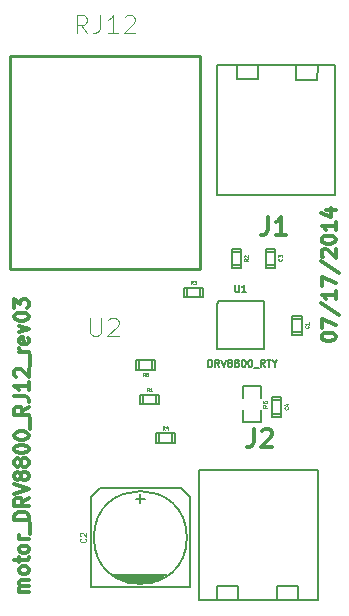
<source format=gto>
G04 (created by PCBNEW (2013-08-24 BZR 4298)-stable) date Wed 06 Aug 2014 08:08:47 PM PDT*
%MOIN*%
G04 Gerber Fmt 3.4, Leading zero omitted, Abs format*
%FSLAX34Y34*%
G01*
G70*
G90*
G04 APERTURE LIST*
%ADD10C,0.005906*%
%ADD11C,0.011811*%
%ADD12C,0.005000*%
%ADD13C,0.007900*%
%ADD14C,0.010000*%
%ADD15C,0.005900*%
%ADD16C,0.004700*%
%ADD17C,0.012000*%
%ADD18C,0.003700*%
%ADD19C,0.003900*%
%ADD20C,0.001969*%
G04 APERTURE END LIST*
G54D10*
G54D11*
X23707Y-18676D02*
X23707Y-18631D01*
X23730Y-18586D01*
X23752Y-18564D01*
X23797Y-18541D01*
X23887Y-18519D01*
X24000Y-18519D01*
X24090Y-18541D01*
X24135Y-18564D01*
X24157Y-18586D01*
X24180Y-18631D01*
X24180Y-18676D01*
X24157Y-18721D01*
X24135Y-18744D01*
X24090Y-18766D01*
X24000Y-18789D01*
X23887Y-18789D01*
X23797Y-18766D01*
X23752Y-18744D01*
X23730Y-18721D01*
X23707Y-18676D01*
X23707Y-18361D02*
X23707Y-18046D01*
X24180Y-18249D01*
X23685Y-17529D02*
X24292Y-17934D01*
X24180Y-17124D02*
X24180Y-17394D01*
X24180Y-17259D02*
X23707Y-17259D01*
X23775Y-17304D01*
X23820Y-17349D01*
X23842Y-17394D01*
X23707Y-16967D02*
X23707Y-16652D01*
X24180Y-16854D01*
X23685Y-16134D02*
X24292Y-16539D01*
X23752Y-15999D02*
X23730Y-15977D01*
X23707Y-15932D01*
X23707Y-15819D01*
X23730Y-15774D01*
X23752Y-15752D01*
X23797Y-15729D01*
X23842Y-15729D01*
X23910Y-15752D01*
X24180Y-16022D01*
X24180Y-15729D01*
X23707Y-15437D02*
X23707Y-15392D01*
X23730Y-15347D01*
X23752Y-15324D01*
X23797Y-15302D01*
X23887Y-15279D01*
X24000Y-15279D01*
X24090Y-15302D01*
X24135Y-15324D01*
X24157Y-15347D01*
X24180Y-15392D01*
X24180Y-15437D01*
X24157Y-15482D01*
X24135Y-15504D01*
X24090Y-15527D01*
X24000Y-15549D01*
X23887Y-15549D01*
X23797Y-15527D01*
X23752Y-15504D01*
X23730Y-15482D01*
X23707Y-15437D01*
X24180Y-14829D02*
X24180Y-15099D01*
X24180Y-14964D02*
X23707Y-14964D01*
X23775Y-15009D01*
X23820Y-15054D01*
X23842Y-15099D01*
X23865Y-14424D02*
X24180Y-14424D01*
X23685Y-14537D02*
X24022Y-14649D01*
X24022Y-14357D01*
X13944Y-27163D02*
X13629Y-27163D01*
X13674Y-27163D02*
X13651Y-27141D01*
X13629Y-27096D01*
X13629Y-27028D01*
X13651Y-26983D01*
X13696Y-26961D01*
X13944Y-26961D01*
X13696Y-26961D02*
X13651Y-26938D01*
X13629Y-26893D01*
X13629Y-26826D01*
X13651Y-26781D01*
X13696Y-26758D01*
X13944Y-26758D01*
X13944Y-26466D02*
X13921Y-26511D01*
X13899Y-26534D01*
X13854Y-26556D01*
X13719Y-26556D01*
X13674Y-26534D01*
X13651Y-26511D01*
X13629Y-26466D01*
X13629Y-26399D01*
X13651Y-26354D01*
X13674Y-26331D01*
X13719Y-26309D01*
X13854Y-26309D01*
X13899Y-26331D01*
X13921Y-26354D01*
X13944Y-26399D01*
X13944Y-26466D01*
X13629Y-26174D02*
X13629Y-25994D01*
X13471Y-26106D02*
X13876Y-26106D01*
X13921Y-26084D01*
X13944Y-26039D01*
X13944Y-25994D01*
X13944Y-25769D02*
X13921Y-25814D01*
X13899Y-25836D01*
X13854Y-25859D01*
X13719Y-25859D01*
X13674Y-25836D01*
X13651Y-25814D01*
X13629Y-25769D01*
X13629Y-25701D01*
X13651Y-25656D01*
X13674Y-25634D01*
X13719Y-25611D01*
X13854Y-25611D01*
X13899Y-25634D01*
X13921Y-25656D01*
X13944Y-25701D01*
X13944Y-25769D01*
X13944Y-25409D02*
X13629Y-25409D01*
X13719Y-25409D02*
X13674Y-25386D01*
X13651Y-25364D01*
X13629Y-25319D01*
X13629Y-25274D01*
X13989Y-25229D02*
X13989Y-24869D01*
X13944Y-24756D02*
X13471Y-24756D01*
X13471Y-24644D01*
X13494Y-24576D01*
X13539Y-24531D01*
X13584Y-24509D01*
X13674Y-24486D01*
X13741Y-24486D01*
X13831Y-24509D01*
X13876Y-24531D01*
X13921Y-24576D01*
X13944Y-24644D01*
X13944Y-24756D01*
X13944Y-24014D02*
X13719Y-24171D01*
X13944Y-24284D02*
X13471Y-24284D01*
X13471Y-24104D01*
X13494Y-24059D01*
X13516Y-24036D01*
X13561Y-24014D01*
X13629Y-24014D01*
X13674Y-24036D01*
X13696Y-24059D01*
X13719Y-24104D01*
X13719Y-24284D01*
X13471Y-23879D02*
X13944Y-23721D01*
X13471Y-23564D01*
X13674Y-23339D02*
X13651Y-23384D01*
X13629Y-23406D01*
X13584Y-23429D01*
X13561Y-23429D01*
X13516Y-23406D01*
X13494Y-23384D01*
X13471Y-23339D01*
X13471Y-23249D01*
X13494Y-23204D01*
X13516Y-23181D01*
X13561Y-23159D01*
X13584Y-23159D01*
X13629Y-23181D01*
X13651Y-23204D01*
X13674Y-23249D01*
X13674Y-23339D01*
X13696Y-23384D01*
X13719Y-23406D01*
X13764Y-23429D01*
X13854Y-23429D01*
X13899Y-23406D01*
X13921Y-23384D01*
X13944Y-23339D01*
X13944Y-23249D01*
X13921Y-23204D01*
X13899Y-23181D01*
X13854Y-23159D01*
X13764Y-23159D01*
X13719Y-23181D01*
X13696Y-23204D01*
X13674Y-23249D01*
X13674Y-22889D02*
X13651Y-22934D01*
X13629Y-22956D01*
X13584Y-22979D01*
X13561Y-22979D01*
X13516Y-22956D01*
X13494Y-22934D01*
X13471Y-22889D01*
X13471Y-22799D01*
X13494Y-22754D01*
X13516Y-22732D01*
X13561Y-22709D01*
X13584Y-22709D01*
X13629Y-22732D01*
X13651Y-22754D01*
X13674Y-22799D01*
X13674Y-22889D01*
X13696Y-22934D01*
X13719Y-22956D01*
X13764Y-22979D01*
X13854Y-22979D01*
X13899Y-22956D01*
X13921Y-22934D01*
X13944Y-22889D01*
X13944Y-22799D01*
X13921Y-22754D01*
X13899Y-22732D01*
X13854Y-22709D01*
X13764Y-22709D01*
X13719Y-22732D01*
X13696Y-22754D01*
X13674Y-22799D01*
X13471Y-22417D02*
X13471Y-22372D01*
X13494Y-22327D01*
X13516Y-22304D01*
X13561Y-22282D01*
X13651Y-22259D01*
X13764Y-22259D01*
X13854Y-22282D01*
X13899Y-22304D01*
X13921Y-22327D01*
X13944Y-22372D01*
X13944Y-22417D01*
X13921Y-22462D01*
X13899Y-22484D01*
X13854Y-22507D01*
X13764Y-22529D01*
X13651Y-22529D01*
X13561Y-22507D01*
X13516Y-22484D01*
X13494Y-22462D01*
X13471Y-22417D01*
X13471Y-21967D02*
X13471Y-21922D01*
X13494Y-21877D01*
X13516Y-21854D01*
X13561Y-21832D01*
X13651Y-21809D01*
X13764Y-21809D01*
X13854Y-21832D01*
X13899Y-21854D01*
X13921Y-21877D01*
X13944Y-21922D01*
X13944Y-21967D01*
X13921Y-22012D01*
X13899Y-22034D01*
X13854Y-22057D01*
X13764Y-22079D01*
X13651Y-22079D01*
X13561Y-22057D01*
X13516Y-22034D01*
X13494Y-22012D01*
X13471Y-21967D01*
X13989Y-21719D02*
X13989Y-21359D01*
X13944Y-20977D02*
X13719Y-21134D01*
X13944Y-21247D02*
X13471Y-21247D01*
X13471Y-21067D01*
X13494Y-21022D01*
X13516Y-20999D01*
X13561Y-20977D01*
X13629Y-20977D01*
X13674Y-20999D01*
X13696Y-21022D01*
X13719Y-21067D01*
X13719Y-21247D01*
X13471Y-20639D02*
X13809Y-20639D01*
X13876Y-20662D01*
X13921Y-20707D01*
X13944Y-20774D01*
X13944Y-20819D01*
X13944Y-20167D02*
X13944Y-20437D01*
X13944Y-20302D02*
X13471Y-20302D01*
X13539Y-20347D01*
X13584Y-20392D01*
X13606Y-20437D01*
X13516Y-19987D02*
X13494Y-19964D01*
X13471Y-19919D01*
X13471Y-19807D01*
X13494Y-19762D01*
X13516Y-19739D01*
X13561Y-19717D01*
X13606Y-19717D01*
X13674Y-19739D01*
X13944Y-20009D01*
X13944Y-19717D01*
X13989Y-19627D02*
X13989Y-19267D01*
X13944Y-19154D02*
X13629Y-19154D01*
X13719Y-19154D02*
X13674Y-19132D01*
X13651Y-19109D01*
X13629Y-19064D01*
X13629Y-19019D01*
X13921Y-18682D02*
X13944Y-18727D01*
X13944Y-18817D01*
X13921Y-18862D01*
X13876Y-18884D01*
X13696Y-18884D01*
X13651Y-18862D01*
X13629Y-18817D01*
X13629Y-18727D01*
X13651Y-18682D01*
X13696Y-18660D01*
X13741Y-18660D01*
X13786Y-18884D01*
X13629Y-18502D02*
X13944Y-18390D01*
X13629Y-18277D01*
X13471Y-18007D02*
X13471Y-17962D01*
X13494Y-17917D01*
X13516Y-17895D01*
X13561Y-17872D01*
X13651Y-17850D01*
X13764Y-17850D01*
X13854Y-17872D01*
X13899Y-17895D01*
X13921Y-17917D01*
X13944Y-17962D01*
X13944Y-18007D01*
X13921Y-18052D01*
X13899Y-18075D01*
X13854Y-18097D01*
X13764Y-18120D01*
X13651Y-18120D01*
X13561Y-18097D01*
X13516Y-18075D01*
X13494Y-18052D01*
X13471Y-18007D01*
X13471Y-17692D02*
X13471Y-17400D01*
X13651Y-17557D01*
X13651Y-17490D01*
X13674Y-17445D01*
X13696Y-17422D01*
X13741Y-17400D01*
X13854Y-17400D01*
X13899Y-17422D01*
X13921Y-17445D01*
X13944Y-17490D01*
X13944Y-17625D01*
X13921Y-17670D01*
X13899Y-17692D01*
G54D12*
X17267Y-26844D02*
X18067Y-26844D01*
X18217Y-26794D02*
X17117Y-26794D01*
X17017Y-26744D02*
X18317Y-26744D01*
X18417Y-26694D02*
X16917Y-26694D01*
X18467Y-26644D02*
X16867Y-26644D01*
X16767Y-26594D02*
X18567Y-26594D01*
X19217Y-25344D02*
G75*
G03X19217Y-25344I-1550J0D01*
G74*
G01*
X16017Y-26994D02*
X19317Y-26994D01*
X19317Y-26994D02*
X19317Y-23994D01*
X19317Y-23994D02*
X19017Y-23694D01*
X19017Y-23694D02*
X16317Y-23694D01*
X16317Y-23694D02*
X16017Y-23994D01*
X16017Y-23994D02*
X16017Y-26994D01*
X17667Y-23894D02*
X17667Y-24194D01*
X17517Y-24044D02*
X17817Y-24044D01*
G54D10*
X22923Y-26968D02*
X22923Y-27421D01*
X22224Y-26968D02*
X22923Y-26968D01*
X22214Y-27431D02*
X22224Y-26968D01*
X20226Y-27411D02*
X20236Y-26948D01*
X20236Y-26948D02*
X20935Y-26948D01*
X20935Y-26948D02*
X20935Y-27401D01*
G54D13*
X19635Y-23100D02*
X23572Y-23100D01*
X23572Y-23100D02*
X23572Y-27431D01*
X23572Y-27431D02*
X19635Y-27431D01*
X19635Y-27431D02*
X19635Y-23100D01*
G54D10*
X20875Y-10059D02*
X20875Y-9606D01*
X21574Y-10059D02*
X20875Y-10059D01*
X21584Y-9596D02*
X21574Y-10059D01*
X23572Y-9616D02*
X23562Y-10078D01*
X23562Y-10078D02*
X22864Y-10078D01*
X22864Y-10078D02*
X22864Y-9625D01*
G54D13*
X24163Y-13927D02*
X20226Y-13927D01*
X20226Y-13927D02*
X20226Y-9596D01*
X20226Y-9596D02*
X24163Y-9596D01*
X24163Y-9596D02*
X24163Y-13927D01*
G54D12*
X21077Y-20695D02*
X21077Y-20295D01*
X21077Y-20295D02*
X21677Y-20295D01*
X21677Y-20295D02*
X21677Y-20695D01*
X21677Y-21095D02*
X21677Y-21495D01*
X21677Y-21495D02*
X21077Y-21495D01*
X21077Y-21495D02*
X21077Y-21095D01*
G54D14*
X19655Y-16407D02*
X13316Y-16407D01*
X13316Y-16407D02*
X13316Y-9281D01*
X13316Y-9281D02*
X19655Y-9281D01*
X19655Y-9281D02*
X19655Y-16407D01*
G54D15*
X20305Y-17470D02*
X21801Y-17470D01*
X20226Y-17549D02*
X20226Y-19045D01*
X20305Y-17470D02*
X20226Y-17549D01*
X21801Y-19045D02*
X20226Y-19045D01*
X21801Y-17470D02*
X21801Y-19045D01*
G54D12*
X22044Y-21214D02*
X22364Y-21214D01*
X22354Y-20774D02*
X22044Y-20774D01*
X22364Y-20674D02*
X22364Y-21314D01*
X22364Y-21314D02*
X22044Y-21314D01*
X22044Y-21314D02*
X22044Y-20674D01*
X22044Y-20674D02*
X22364Y-20674D01*
X21847Y-16253D02*
X22167Y-16253D01*
X22157Y-15813D02*
X21847Y-15813D01*
X22167Y-15713D02*
X22167Y-16353D01*
X22167Y-16353D02*
X21847Y-16353D01*
X21847Y-16353D02*
X21847Y-15713D01*
X21847Y-15713D02*
X22167Y-15713D01*
X20706Y-16263D02*
X21026Y-16263D01*
X21016Y-15823D02*
X20706Y-15823D01*
X21026Y-15723D02*
X21026Y-16363D01*
X21026Y-16363D02*
X20706Y-16363D01*
X20706Y-16363D02*
X20706Y-15723D01*
X20706Y-15723D02*
X21026Y-15723D01*
X18198Y-20906D02*
X18198Y-20586D01*
X17758Y-20596D02*
X17758Y-20906D01*
X17658Y-20586D02*
X18298Y-20586D01*
X18298Y-20586D02*
X18298Y-20906D01*
X18298Y-20906D02*
X17658Y-20906D01*
X17658Y-20906D02*
X17658Y-20586D01*
X22733Y-18497D02*
X23053Y-18497D01*
X23043Y-18057D02*
X22733Y-18057D01*
X23053Y-17957D02*
X23053Y-18597D01*
X23053Y-18597D02*
X22733Y-18597D01*
X22733Y-18597D02*
X22733Y-17957D01*
X22733Y-17957D02*
X23053Y-17957D01*
X18721Y-22177D02*
X18721Y-21857D01*
X18281Y-21867D02*
X18281Y-22177D01*
X18181Y-21857D02*
X18821Y-21857D01*
X18821Y-21857D02*
X18821Y-22177D01*
X18821Y-22177D02*
X18181Y-22177D01*
X18181Y-22177D02*
X18181Y-21857D01*
X17612Y-19432D02*
X17612Y-19752D01*
X18052Y-19742D02*
X18052Y-19432D01*
X18152Y-19752D02*
X17512Y-19752D01*
X17512Y-19752D02*
X17512Y-19432D01*
X17512Y-19432D02*
X18152Y-19432D01*
X18152Y-19432D02*
X18152Y-19752D01*
X19658Y-17335D02*
X19658Y-17015D01*
X19218Y-17025D02*
X19218Y-17335D01*
X19118Y-17015D02*
X19758Y-17015D01*
X19758Y-17015D02*
X19758Y-17335D01*
X19758Y-17335D02*
X19118Y-17335D01*
X19118Y-17335D02*
X19118Y-17015D01*
G54D16*
X15837Y-25377D02*
X15847Y-25386D01*
X15856Y-25414D01*
X15856Y-25433D01*
X15847Y-25461D01*
X15828Y-25480D01*
X15809Y-25489D01*
X15772Y-25499D01*
X15743Y-25499D01*
X15706Y-25489D01*
X15687Y-25480D01*
X15668Y-25461D01*
X15659Y-25433D01*
X15659Y-25414D01*
X15668Y-25386D01*
X15678Y-25377D01*
X15678Y-25302D02*
X15668Y-25292D01*
X15659Y-25274D01*
X15659Y-25227D01*
X15668Y-25208D01*
X15678Y-25199D01*
X15696Y-25189D01*
X15715Y-25189D01*
X15743Y-25199D01*
X15856Y-25311D01*
X15856Y-25189D01*
G54D17*
X21466Y-21725D02*
X21466Y-22153D01*
X21437Y-22239D01*
X21380Y-22296D01*
X21294Y-22325D01*
X21237Y-22325D01*
X21723Y-21782D02*
X21752Y-21753D01*
X21809Y-21725D01*
X21952Y-21725D01*
X22009Y-21753D01*
X22037Y-21782D01*
X22066Y-21839D01*
X22066Y-21896D01*
X22037Y-21982D01*
X21694Y-22325D01*
X22066Y-22325D01*
X21932Y-14645D02*
X21932Y-15073D01*
X21904Y-15159D01*
X21847Y-15216D01*
X21761Y-15245D01*
X21704Y-15245D01*
X22532Y-15245D02*
X22190Y-15245D01*
X22361Y-15245D02*
X22361Y-14645D01*
X22304Y-14730D01*
X22247Y-14788D01*
X22190Y-14816D01*
G54D18*
X21897Y-20930D02*
X21826Y-20980D01*
X21897Y-21016D02*
X21747Y-21016D01*
X21747Y-20959D01*
X21754Y-20944D01*
X21762Y-20937D01*
X21776Y-20930D01*
X21797Y-20930D01*
X21812Y-20937D01*
X21819Y-20944D01*
X21826Y-20959D01*
X21826Y-21016D01*
X21747Y-20802D02*
X21747Y-20830D01*
X21754Y-20844D01*
X21762Y-20852D01*
X21783Y-20866D01*
X21812Y-20873D01*
X21869Y-20873D01*
X21883Y-20866D01*
X21890Y-20859D01*
X21897Y-20844D01*
X21897Y-20816D01*
X21890Y-20802D01*
X21883Y-20794D01*
X21869Y-20787D01*
X21833Y-20787D01*
X21819Y-20794D01*
X21812Y-20802D01*
X21804Y-20816D01*
X21804Y-20844D01*
X21812Y-20859D01*
X21819Y-20866D01*
X21833Y-20873D01*
G54D19*
X15997Y-18031D02*
X15997Y-18517D01*
X16026Y-18574D01*
X16054Y-18603D01*
X16111Y-18631D01*
X16226Y-18631D01*
X16283Y-18603D01*
X16311Y-18574D01*
X16340Y-18517D01*
X16340Y-18031D01*
X16597Y-18088D02*
X16626Y-18060D01*
X16683Y-18031D01*
X16826Y-18031D01*
X16883Y-18060D01*
X16911Y-18088D01*
X16940Y-18145D01*
X16940Y-18203D01*
X16911Y-18288D01*
X16569Y-18631D01*
X16940Y-18631D01*
X15887Y-8533D02*
X15687Y-8247D01*
X15544Y-8533D02*
X15544Y-7933D01*
X15773Y-7933D01*
X15830Y-7961D01*
X15859Y-7990D01*
X15887Y-8047D01*
X15887Y-8133D01*
X15859Y-8190D01*
X15830Y-8218D01*
X15773Y-8247D01*
X15544Y-8247D01*
X16316Y-7933D02*
X16316Y-8361D01*
X16287Y-8447D01*
X16230Y-8504D01*
X16144Y-8533D01*
X16087Y-8533D01*
X16916Y-8533D02*
X16573Y-8533D01*
X16744Y-8533D02*
X16744Y-7933D01*
X16687Y-8018D01*
X16630Y-8076D01*
X16573Y-8104D01*
X17144Y-7990D02*
X17173Y-7961D01*
X17230Y-7933D01*
X17373Y-7933D01*
X17430Y-7961D01*
X17459Y-7990D01*
X17487Y-8047D01*
X17487Y-8104D01*
X17459Y-8190D01*
X17116Y-8533D01*
X17487Y-8533D01*
G54D10*
X20829Y-16919D02*
X20829Y-17111D01*
X20841Y-17133D01*
X20852Y-17144D01*
X20874Y-17156D01*
X20919Y-17156D01*
X20942Y-17144D01*
X20953Y-17133D01*
X20964Y-17111D01*
X20964Y-16919D01*
X21201Y-17156D02*
X21066Y-17156D01*
X21133Y-17156D02*
X21133Y-16919D01*
X21111Y-16953D01*
X21088Y-16976D01*
X21066Y-16987D01*
X19926Y-19656D02*
X19926Y-19419D01*
X19982Y-19419D01*
X20016Y-19431D01*
X20039Y-19453D01*
X20050Y-19476D01*
X20061Y-19521D01*
X20061Y-19554D01*
X20050Y-19599D01*
X20039Y-19622D01*
X20016Y-19644D01*
X19982Y-19656D01*
X19926Y-19656D01*
X20297Y-19656D02*
X20219Y-19543D01*
X20162Y-19656D02*
X20162Y-19419D01*
X20252Y-19419D01*
X20275Y-19431D01*
X20286Y-19442D01*
X20297Y-19464D01*
X20297Y-19498D01*
X20286Y-19521D01*
X20275Y-19532D01*
X20252Y-19543D01*
X20162Y-19543D01*
X20365Y-19419D02*
X20444Y-19656D01*
X20522Y-19419D01*
X20635Y-19521D02*
X20612Y-19509D01*
X20601Y-19498D01*
X20590Y-19476D01*
X20590Y-19464D01*
X20601Y-19442D01*
X20612Y-19431D01*
X20635Y-19419D01*
X20680Y-19419D01*
X20702Y-19431D01*
X20714Y-19442D01*
X20725Y-19464D01*
X20725Y-19476D01*
X20714Y-19498D01*
X20702Y-19509D01*
X20680Y-19521D01*
X20635Y-19521D01*
X20612Y-19532D01*
X20601Y-19543D01*
X20590Y-19566D01*
X20590Y-19611D01*
X20601Y-19633D01*
X20612Y-19644D01*
X20635Y-19656D01*
X20680Y-19656D01*
X20702Y-19644D01*
X20714Y-19633D01*
X20725Y-19611D01*
X20725Y-19566D01*
X20714Y-19543D01*
X20702Y-19532D01*
X20680Y-19521D01*
X20860Y-19521D02*
X20837Y-19509D01*
X20826Y-19498D01*
X20815Y-19476D01*
X20815Y-19464D01*
X20826Y-19442D01*
X20837Y-19431D01*
X20860Y-19419D01*
X20905Y-19419D01*
X20927Y-19431D01*
X20938Y-19442D01*
X20950Y-19464D01*
X20950Y-19476D01*
X20938Y-19498D01*
X20927Y-19509D01*
X20905Y-19521D01*
X20860Y-19521D01*
X20837Y-19532D01*
X20826Y-19543D01*
X20815Y-19566D01*
X20815Y-19611D01*
X20826Y-19633D01*
X20837Y-19644D01*
X20860Y-19656D01*
X20905Y-19656D01*
X20927Y-19644D01*
X20938Y-19633D01*
X20950Y-19611D01*
X20950Y-19566D01*
X20938Y-19543D01*
X20927Y-19532D01*
X20905Y-19521D01*
X21096Y-19419D02*
X21118Y-19419D01*
X21141Y-19431D01*
X21152Y-19442D01*
X21163Y-19464D01*
X21175Y-19509D01*
X21175Y-19566D01*
X21163Y-19611D01*
X21152Y-19633D01*
X21141Y-19644D01*
X21118Y-19656D01*
X21096Y-19656D01*
X21073Y-19644D01*
X21062Y-19633D01*
X21051Y-19611D01*
X21040Y-19566D01*
X21040Y-19509D01*
X21051Y-19464D01*
X21062Y-19442D01*
X21073Y-19431D01*
X21096Y-19419D01*
X21321Y-19419D02*
X21343Y-19419D01*
X21366Y-19431D01*
X21377Y-19442D01*
X21388Y-19464D01*
X21400Y-19509D01*
X21400Y-19566D01*
X21388Y-19611D01*
X21377Y-19633D01*
X21366Y-19644D01*
X21343Y-19656D01*
X21321Y-19656D01*
X21298Y-19644D01*
X21287Y-19633D01*
X21276Y-19611D01*
X21265Y-19566D01*
X21265Y-19509D01*
X21276Y-19464D01*
X21287Y-19442D01*
X21298Y-19431D01*
X21321Y-19419D01*
X21445Y-19678D02*
X21625Y-19678D01*
X21816Y-19656D02*
X21737Y-19543D01*
X21681Y-19656D02*
X21681Y-19419D01*
X21771Y-19419D01*
X21793Y-19431D01*
X21805Y-19442D01*
X21816Y-19464D01*
X21816Y-19498D01*
X21805Y-19521D01*
X21793Y-19532D01*
X21771Y-19543D01*
X21681Y-19543D01*
X21883Y-19419D02*
X22018Y-19419D01*
X21951Y-19656D02*
X21951Y-19419D01*
X22142Y-19543D02*
X22142Y-19656D01*
X22063Y-19419D02*
X22142Y-19543D01*
X22221Y-19419D01*
G54D20*
X22573Y-21005D02*
X22579Y-21011D01*
X22584Y-21028D01*
X22584Y-21039D01*
X22579Y-21056D01*
X22568Y-21067D01*
X22556Y-21073D01*
X22534Y-21079D01*
X22517Y-21079D01*
X22494Y-21073D01*
X22483Y-21067D01*
X22472Y-21056D01*
X22466Y-21039D01*
X22466Y-21028D01*
X22472Y-21011D01*
X22478Y-21005D01*
X22506Y-20904D02*
X22584Y-20904D01*
X22461Y-20932D02*
X22545Y-20960D01*
X22545Y-20887D01*
X22376Y-16045D02*
X22382Y-16050D01*
X22388Y-16067D01*
X22388Y-16079D01*
X22382Y-16095D01*
X22371Y-16107D01*
X22359Y-16112D01*
X22337Y-16118D01*
X22320Y-16118D01*
X22298Y-16112D01*
X22286Y-16107D01*
X22275Y-16095D01*
X22269Y-16079D01*
X22269Y-16067D01*
X22275Y-16050D01*
X22281Y-16045D01*
X22269Y-16005D02*
X22269Y-15932D01*
X22314Y-15972D01*
X22314Y-15955D01*
X22320Y-15944D01*
X22326Y-15938D01*
X22337Y-15932D01*
X22365Y-15932D01*
X22376Y-15938D01*
X22382Y-15944D01*
X22388Y-15955D01*
X22388Y-15989D01*
X22382Y-16000D01*
X22376Y-16005D01*
X21246Y-16055D02*
X21190Y-16094D01*
X21246Y-16122D02*
X21128Y-16122D01*
X21128Y-16077D01*
X21133Y-16066D01*
X21139Y-16060D01*
X21150Y-16055D01*
X21167Y-16055D01*
X21178Y-16060D01*
X21184Y-16066D01*
X21190Y-16077D01*
X21190Y-16122D01*
X21139Y-16010D02*
X21133Y-16004D01*
X21128Y-15993D01*
X21128Y-15965D01*
X21133Y-15953D01*
X21139Y-15948D01*
X21150Y-15942D01*
X21161Y-15942D01*
X21178Y-15948D01*
X21246Y-16015D01*
X21246Y-15942D01*
X17950Y-20472D02*
X17911Y-20416D01*
X17883Y-20472D02*
X17883Y-20354D01*
X17928Y-20354D01*
X17939Y-20360D01*
X17945Y-20365D01*
X17950Y-20377D01*
X17950Y-20393D01*
X17945Y-20405D01*
X17939Y-20410D01*
X17928Y-20416D01*
X17883Y-20416D01*
X18063Y-20472D02*
X17995Y-20472D01*
X18029Y-20472D02*
X18029Y-20354D01*
X18018Y-20371D01*
X18007Y-20382D01*
X17995Y-20388D01*
X23262Y-18289D02*
X23268Y-18294D01*
X23273Y-18311D01*
X23273Y-18323D01*
X23268Y-18339D01*
X23257Y-18351D01*
X23245Y-18356D01*
X23223Y-18362D01*
X23206Y-18362D01*
X23183Y-18356D01*
X23172Y-18351D01*
X23161Y-18339D01*
X23155Y-18323D01*
X23155Y-18311D01*
X23161Y-18294D01*
X23167Y-18289D01*
X23273Y-18176D02*
X23273Y-18244D01*
X23273Y-18210D02*
X23155Y-18210D01*
X23172Y-18221D01*
X23183Y-18233D01*
X23189Y-18244D01*
X18474Y-21744D02*
X18435Y-21688D01*
X18406Y-21744D02*
X18406Y-21626D01*
X18451Y-21626D01*
X18463Y-21631D01*
X18468Y-21637D01*
X18474Y-21648D01*
X18474Y-21665D01*
X18468Y-21676D01*
X18463Y-21682D01*
X18451Y-21688D01*
X18406Y-21688D01*
X18575Y-21665D02*
X18575Y-21744D01*
X18547Y-21620D02*
X18519Y-21705D01*
X18592Y-21705D01*
X17820Y-19972D02*
X17781Y-19916D01*
X17753Y-19972D02*
X17753Y-19854D01*
X17798Y-19854D01*
X17809Y-19860D01*
X17815Y-19865D01*
X17820Y-19877D01*
X17820Y-19893D01*
X17815Y-19905D01*
X17809Y-19910D01*
X17798Y-19916D01*
X17753Y-19916D01*
X17927Y-19854D02*
X17871Y-19854D01*
X17865Y-19910D01*
X17871Y-19905D01*
X17882Y-19899D01*
X17910Y-19899D01*
X17922Y-19905D01*
X17927Y-19910D01*
X17933Y-19922D01*
X17933Y-19950D01*
X17927Y-19961D01*
X17922Y-19967D01*
X17910Y-19972D01*
X17882Y-19972D01*
X17871Y-19967D01*
X17865Y-19961D01*
X19411Y-16901D02*
X19372Y-16845D01*
X19343Y-16901D02*
X19343Y-16783D01*
X19388Y-16783D01*
X19400Y-16789D01*
X19405Y-16794D01*
X19411Y-16806D01*
X19411Y-16823D01*
X19405Y-16834D01*
X19400Y-16839D01*
X19388Y-16845D01*
X19343Y-16845D01*
X19450Y-16783D02*
X19523Y-16783D01*
X19484Y-16828D01*
X19501Y-16828D01*
X19512Y-16834D01*
X19518Y-16839D01*
X19523Y-16851D01*
X19523Y-16879D01*
X19518Y-16890D01*
X19512Y-16896D01*
X19501Y-16901D01*
X19467Y-16901D01*
X19456Y-16896D01*
X19450Y-16890D01*
M02*

</source>
